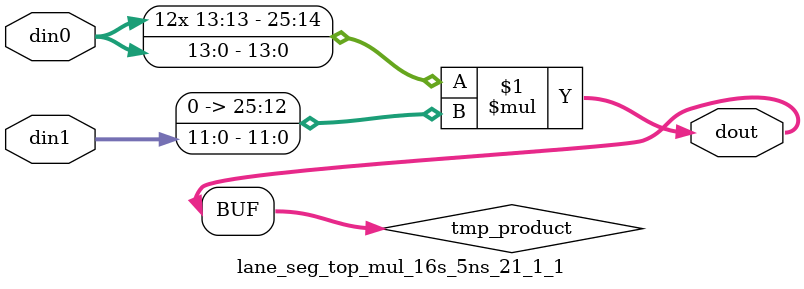
<source format=v>

`timescale 1 ns / 1 ps

  module lane_seg_top_mul_16s_5ns_21_1_1(din0, din1, dout);
parameter ID = 1;
parameter NUM_STAGE = 0;
parameter din0_WIDTH = 14;
parameter din1_WIDTH = 12;
parameter dout_WIDTH = 26;

input [din0_WIDTH - 1 : 0] din0; 
input [din1_WIDTH - 1 : 0] din1; 
output [dout_WIDTH - 1 : 0] dout;

wire signed [dout_WIDTH - 1 : 0] tmp_product;












assign tmp_product = $signed(din0) * $signed({1'b0, din1});









assign dout = tmp_product;







endmodule

</source>
